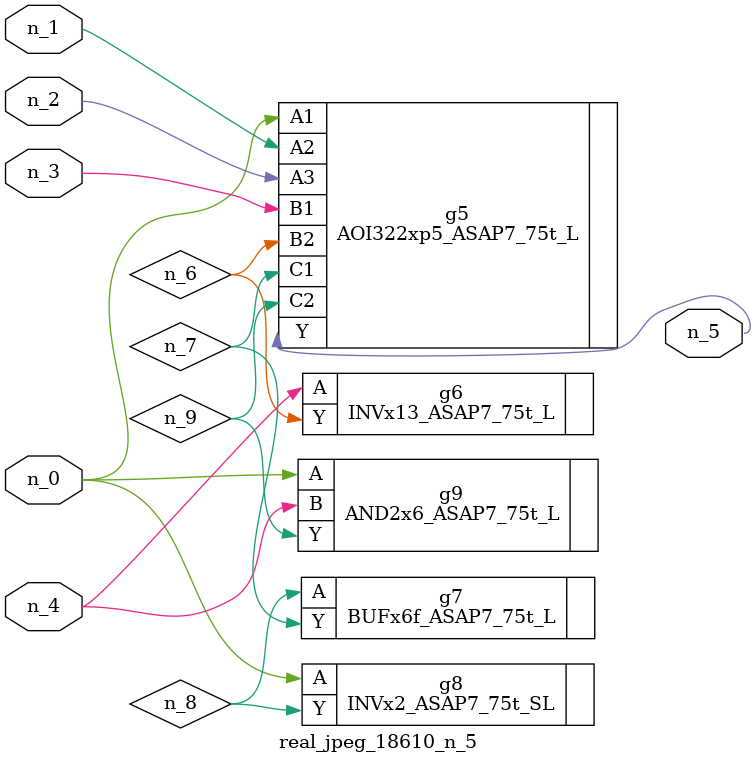
<source format=v>
module real_jpeg_18610_n_5 (n_4, n_0, n_1, n_2, n_3, n_5);

input n_4;
input n_0;
input n_1;
input n_2;
input n_3;

output n_5;

wire n_8;
wire n_6;
wire n_7;
wire n_9;

AOI322xp5_ASAP7_75t_L g5 ( 
.A1(n_0),
.A2(n_1),
.A3(n_2),
.B1(n_3),
.B2(n_6),
.C1(n_7),
.C2(n_9),
.Y(n_5)
);

INVx2_ASAP7_75t_SL g8 ( 
.A(n_0),
.Y(n_8)
);

AND2x6_ASAP7_75t_L g9 ( 
.A(n_0),
.B(n_4),
.Y(n_9)
);

INVx13_ASAP7_75t_L g6 ( 
.A(n_4),
.Y(n_6)
);

BUFx6f_ASAP7_75t_L g7 ( 
.A(n_8),
.Y(n_7)
);


endmodule
</source>
